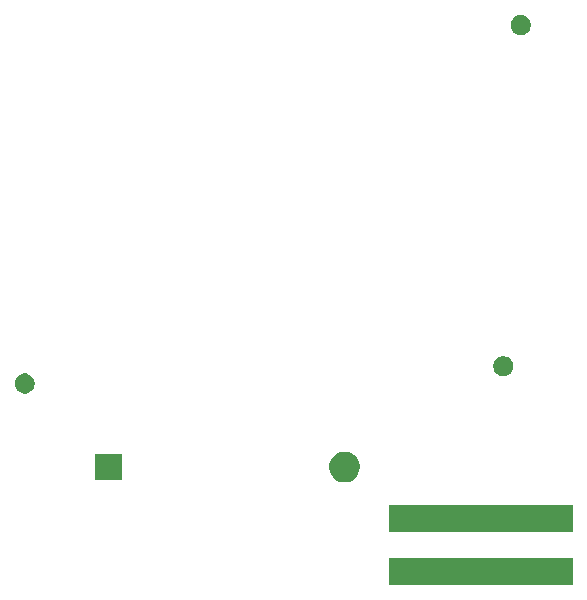
<source format=gbr>
G04 #@! TF.GenerationSoftware,KiCad,Pcbnew,(5.1.5)-3*
G04 #@! TF.CreationDate,2020-05-22T23:58:21-04:00*
G04 #@! TF.ProjectId,Body,426f6479-2e6b-4696-9361-645f70636258,rev?*
G04 #@! TF.SameCoordinates,Original*
G04 #@! TF.FileFunction,Soldermask,Bot*
G04 #@! TF.FilePolarity,Negative*
%FSLAX46Y46*%
G04 Gerber Fmt 4.6, Leading zero omitted, Abs format (unit mm)*
G04 Created by KiCad (PCBNEW (5.1.5)-3) date 2020-05-22 23:58:21*
%MOMM*%
%LPD*%
G04 APERTURE LIST*
%ADD10C,0.100000*%
G04 APERTURE END LIST*
D10*
G36*
X129419000Y-136243000D02*
G01*
X113817000Y-136243000D01*
X113817000Y-133941000D01*
X129419000Y-133941000D01*
X129419000Y-136243000D01*
G37*
G36*
X129419000Y-131743000D02*
G01*
X113817000Y-131743000D01*
X113817000Y-129441000D01*
X129419000Y-129441000D01*
X129419000Y-131743000D01*
G37*
G36*
X110473487Y-124986996D02*
G01*
X110710253Y-125085068D01*
X110710255Y-125085069D01*
X110735594Y-125102000D01*
X110923339Y-125227447D01*
X111104553Y-125408661D01*
X111246932Y-125621747D01*
X111345004Y-125858513D01*
X111395000Y-126109861D01*
X111395000Y-126366139D01*
X111345004Y-126617487D01*
X111246932Y-126854253D01*
X111246931Y-126854255D01*
X111104553Y-127067339D01*
X110923339Y-127248553D01*
X110710255Y-127390931D01*
X110710254Y-127390932D01*
X110710253Y-127390932D01*
X110473487Y-127489004D01*
X110222139Y-127539000D01*
X109965861Y-127539000D01*
X109714513Y-127489004D01*
X109477747Y-127390932D01*
X109477746Y-127390932D01*
X109477745Y-127390931D01*
X109264661Y-127248553D01*
X109083447Y-127067339D01*
X108941069Y-126854255D01*
X108941068Y-126854253D01*
X108842996Y-126617487D01*
X108793000Y-126366139D01*
X108793000Y-126109861D01*
X108842996Y-125858513D01*
X108941068Y-125621747D01*
X109083447Y-125408661D01*
X109264661Y-125227447D01*
X109452406Y-125102000D01*
X109477745Y-125085069D01*
X109477747Y-125085068D01*
X109714513Y-124986996D01*
X109965861Y-124937000D01*
X110222139Y-124937000D01*
X110473487Y-124986996D01*
G37*
G36*
X91230000Y-127374000D02*
G01*
X88958000Y-127374000D01*
X88958000Y-125102000D01*
X91230000Y-125102000D01*
X91230000Y-127374000D01*
G37*
G36*
X83248228Y-118352803D02*
G01*
X83403100Y-118416953D01*
X83542481Y-118510085D01*
X83661015Y-118628619D01*
X83754147Y-118768000D01*
X83818297Y-118922872D01*
X83851000Y-119087284D01*
X83851000Y-119254916D01*
X83818297Y-119419328D01*
X83754147Y-119574200D01*
X83661015Y-119713581D01*
X83542481Y-119832115D01*
X83403100Y-119925247D01*
X83248228Y-119989397D01*
X83083816Y-120022100D01*
X82916184Y-120022100D01*
X82751772Y-119989397D01*
X82596900Y-119925247D01*
X82457519Y-119832115D01*
X82338985Y-119713581D01*
X82245853Y-119574200D01*
X82181703Y-119419328D01*
X82149000Y-119254916D01*
X82149000Y-119087284D01*
X82181703Y-118922872D01*
X82245853Y-118768000D01*
X82338985Y-118628619D01*
X82457519Y-118510085D01*
X82596900Y-118416953D01*
X82751772Y-118352803D01*
X82916184Y-118320100D01*
X83083816Y-118320100D01*
X83248228Y-118352803D01*
G37*
G36*
X123783762Y-116888337D02*
G01*
X123938634Y-116952487D01*
X124078015Y-117045619D01*
X124196549Y-117164153D01*
X124289681Y-117303534D01*
X124353831Y-117458406D01*
X124386534Y-117622818D01*
X124386534Y-117790450D01*
X124353831Y-117954862D01*
X124289681Y-118109734D01*
X124196549Y-118249115D01*
X124078015Y-118367649D01*
X123938634Y-118460781D01*
X123783762Y-118524931D01*
X123619350Y-118557634D01*
X123451718Y-118557634D01*
X123287306Y-118524931D01*
X123132434Y-118460781D01*
X122993053Y-118367649D01*
X122874519Y-118249115D01*
X122781387Y-118109734D01*
X122717237Y-117954862D01*
X122684534Y-117790450D01*
X122684534Y-117622818D01*
X122717237Y-117458406D01*
X122781387Y-117303534D01*
X122874519Y-117164153D01*
X122993053Y-117045619D01*
X123132434Y-116952487D01*
X123287306Y-116888337D01*
X123451718Y-116855634D01*
X123619350Y-116855634D01*
X123783762Y-116888337D01*
G37*
G36*
X125248228Y-88010653D02*
G01*
X125403100Y-88074803D01*
X125542481Y-88167935D01*
X125661015Y-88286469D01*
X125754147Y-88425850D01*
X125818297Y-88580722D01*
X125851000Y-88745134D01*
X125851000Y-88912766D01*
X125818297Y-89077178D01*
X125754147Y-89232050D01*
X125661015Y-89371431D01*
X125542481Y-89489965D01*
X125403100Y-89583097D01*
X125248228Y-89647247D01*
X125083816Y-89679950D01*
X124916184Y-89679950D01*
X124751772Y-89647247D01*
X124596900Y-89583097D01*
X124457519Y-89489965D01*
X124338985Y-89371431D01*
X124245853Y-89232050D01*
X124181703Y-89077178D01*
X124149000Y-88912766D01*
X124149000Y-88745134D01*
X124181703Y-88580722D01*
X124245853Y-88425850D01*
X124338985Y-88286469D01*
X124457519Y-88167935D01*
X124596900Y-88074803D01*
X124751772Y-88010653D01*
X124916184Y-87977950D01*
X125083816Y-87977950D01*
X125248228Y-88010653D01*
G37*
M02*

</source>
